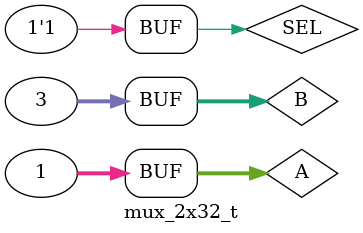
<source format=v>
`timescale 1ns / 1ps


module mux_2x32_t;

	// Inputs
	reg SEL;
	reg [31:0] A;
	reg [31:0] B;

	// Outputs
	wire [31:0] Y;

	// Instantiate the Unit Under Test (UUT)
	mux_2x32 uut (
		.SEL(SEL), 
		.A(A), 
		.B(B), 
		.Y(Y)
	);

	initial begin
		// Initialize Inputs
		SEL = 0;
		A = 0;
		B = 0;

		// Wait 100 ns for global reset to finish
		#100;
      A=32'd1;
		#1;
		B=32'd3;
		#3;
		SEL=1'd1;
		// Add stimulus here

	end
      
endmodule


</source>
